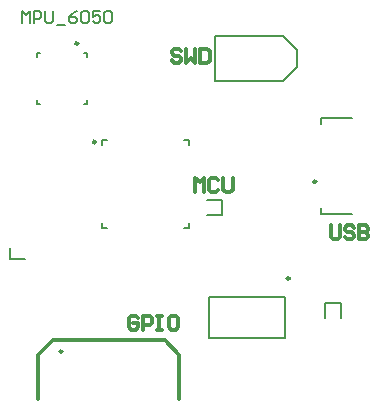
<source format=gto>
G04*
G04 #@! TF.GenerationSoftware,Altium Limited,Altium Designer,23.8.1 (32)*
G04*
G04 Layer_Color=65535*
%FSLAX44Y44*%
%MOMM*%
G71*
G04*
G04 #@! TF.SameCoordinates,14F6A229-880D-4016-A75C-DA76C30DB968*
G04*
G04*
G04 #@! TF.FilePolarity,Positive*
G04*
G01*
G75*
%ADD10C,0.2500*%
%ADD11C,0.2540*%
%ADD12C,0.1750*%
%ADD13C,0.2000*%
%ADD14C,0.3000*%
D10*
X899020Y745510D02*
G03*
X899020Y745510I-1250J0D01*
G01*
X1085750Y712000D02*
G03*
X1085750Y712000I-1250J0D01*
G01*
X1063350Y630000D02*
G03*
X1063350Y630000I-1250J0D01*
G01*
X884250Y829000D02*
G03*
X884250Y829000I-1250J0D01*
G01*
D11*
X870679Y568133D02*
G03*
X870679Y568133I-1027J0D01*
G01*
D12*
X999800Y835150D02*
X1057800D01*
X1069800Y823150D01*
Y809150D02*
Y823150D01*
X1057800Y797150D02*
X1069800Y809150D01*
X999800Y797150D02*
X1057800D01*
X999800D02*
Y835150D01*
X1106471Y596721D02*
Y609250D01*
X1093529D02*
X1106471D01*
X1093529Y596721D02*
Y609250D01*
X993472Y683529D02*
X1006000D01*
Y696471D01*
X993472D02*
X1006000D01*
D13*
X904270Y742760D02*
Y747010D01*
X908520D01*
X974020D02*
X978270D01*
Y742760D02*
Y747010D01*
Y673010D02*
Y677260D01*
X974020Y673010D02*
X978270D01*
X904270D02*
Y677260D01*
Y673010D02*
X908520D01*
X1089500Y684800D02*
Y689500D01*
Y761000D02*
Y765700D01*
X1116250D01*
X1089500Y684800D02*
X1116250D01*
X1059625Y579525D02*
Y614575D01*
X994575Y579525D02*
X1059625D01*
X994575D02*
Y614575D01*
X1059625D01*
X888750Y821000D02*
X892000D01*
Y817750D02*
Y821000D01*
X849000D02*
X852250D01*
X849000Y817750D02*
Y821000D01*
Y778000D02*
Y781250D01*
Y778000D02*
X852250D01*
X888750D02*
X892000D01*
Y781250D01*
X826693Y646572D02*
X839000D01*
X826693D02*
Y655500D01*
X836429Y846166D02*
Y856163D01*
X839761Y852831D01*
X843093Y856163D01*
Y846166D01*
X846426D02*
Y856163D01*
X851424D01*
X853090Y854497D01*
Y851164D01*
X851424Y849498D01*
X846426D01*
X856423Y856163D02*
Y847832D01*
X858089Y846166D01*
X861421D01*
X863087Y847832D01*
Y856163D01*
X866419Y844500D02*
X873084D01*
X883081Y856163D02*
X879748Y854497D01*
X876416Y851164D01*
Y847832D01*
X878082Y846166D01*
X881414D01*
X883081Y847832D01*
Y849498D01*
X881414Y851164D01*
X876416D01*
X886413Y854497D02*
X888079Y856163D01*
X891411D01*
X893077Y854497D01*
Y847832D01*
X891411Y846166D01*
X888079D01*
X886413Y847832D01*
Y854497D01*
X903074Y856163D02*
X896410D01*
Y851164D01*
X899742Y852831D01*
X901408D01*
X903074Y851164D01*
Y847832D01*
X901408Y846166D01*
X898076D01*
X896410Y847832D01*
X906406Y854497D02*
X908073Y856163D01*
X911405D01*
X913071Y854497D01*
Y847832D01*
X911405Y846166D01*
X908073D01*
X906406Y847832D01*
Y854497D01*
D14*
X850000Y527500D02*
Y565000D01*
X862500Y577500D01*
X957500D01*
X970000Y565000D01*
Y527500D02*
Y565000D01*
X971473Y822412D02*
X969474Y824411D01*
X965475D01*
X963476Y822412D01*
Y820412D01*
X965475Y818413D01*
X969474D01*
X971473Y816414D01*
Y814414D01*
X969474Y812415D01*
X965475D01*
X963476Y814414D01*
X975472Y824411D02*
Y812415D01*
X979471Y816414D01*
X983469Y812415D01*
Y824411D01*
X987468D02*
Y812415D01*
X993466D01*
X995465Y814414D01*
Y822412D01*
X993466Y824411D01*
X987468D01*
X1098000Y674996D02*
Y664999D01*
X1099999Y663000D01*
X1103998D01*
X1105997Y664999D01*
Y674996D01*
X1117993Y672997D02*
X1115994Y674996D01*
X1111995D01*
X1109996Y672997D01*
Y670997D01*
X1111995Y668998D01*
X1115994D01*
X1117993Y666999D01*
Y664999D01*
X1115994Y663000D01*
X1111995D01*
X1109996Y664999D01*
X1121992Y674996D02*
Y663000D01*
X1127990D01*
X1129990Y664999D01*
Y666999D01*
X1127990Y668998D01*
X1121992D01*
X1127990D01*
X1129990Y670997D01*
Y672997D01*
X1127990Y674996D01*
X1121992D01*
X983000Y703250D02*
Y715246D01*
X986999Y711247D01*
X990997Y715246D01*
Y703250D01*
X1002993Y713247D02*
X1000994Y715246D01*
X996995D01*
X994996Y713247D01*
Y705249D01*
X996995Y703250D01*
X1000994D01*
X1002993Y705249D01*
X1006992Y715246D02*
Y705249D01*
X1008992Y703250D01*
X1012990D01*
X1014990Y705249D01*
Y715246D01*
X934997Y596497D02*
X932998Y598496D01*
X928999D01*
X927000Y596497D01*
Y588499D01*
X928999Y586500D01*
X932998D01*
X934997Y588499D01*
Y592498D01*
X930999D01*
X938996Y586500D02*
Y598496D01*
X944994D01*
X946993Y596497D01*
Y592498D01*
X944994Y590499D01*
X938996D01*
X950992Y598496D02*
X954991D01*
X952992D01*
Y586500D01*
X950992D01*
X954991D01*
X966987Y598496D02*
X962988D01*
X960989Y596497D01*
Y588499D01*
X962988Y586500D01*
X966987D01*
X968986Y588499D01*
Y596497D01*
X966987Y598496D01*
X971503Y822497D02*
X969503Y824496D01*
X965505D01*
X963505Y822497D01*
Y820497D01*
X965505Y818498D01*
X969503D01*
X971503Y816499D01*
Y814499D01*
X969503Y812500D01*
X965505D01*
X963505Y814499D01*
X975501Y824496D02*
Y812500D01*
X979500Y816499D01*
X983499Y812500D01*
Y824496D01*
X987497D02*
Y812500D01*
X993495D01*
X995495Y814499D01*
Y822497D01*
X993495Y824496D01*
X987497D01*
M02*

</source>
